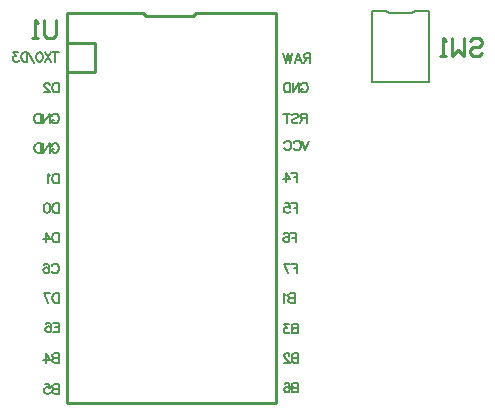
<source format=gbr>
%TF.GenerationSoftware,Altium Limited,Altium Designer,20.1.12 (249)*%
G04 Layer_Color=32896*
%FSLAX26Y26*%
%MOIN*%
%TF.SameCoordinates,63403D4D-F3CE-4837-A966-4B93B91F9A20*%
%TF.FilePolarity,Positive*%
%TF.FileFunction,Legend,Bot*%
%TF.Part,Single*%
G01*
G75*
%TA.AperFunction,NonConductor*%
%ADD18C,0.010000*%
%ADD19C,0.007874*%
%ADD20C,0.005906*%
D18*
X1259764Y2364173D02*
X1439764D01*
X741142Y1064173D02*
X1439764D01*
X741142Y2364173D02*
X909764D01*
X1007264Y2354173D02*
X1162264D01*
X741142Y1064173D02*
X741142Y2364173D01*
X1439764Y1064173D02*
X1439764Y2364173D01*
X1162264Y2354173D02*
X1172264Y2364173D01*
X1259764D01*
X997264D02*
X1007264Y2354173D01*
X909764Y2364173D02*
X997264D01*
X741142Y2262401D02*
X837598D01*
Y2166929D02*
Y2262401D01*
X742126Y2166929D02*
X837598D01*
X706522Y2338258D02*
Y2288274D01*
X696526Y2278277D01*
X676532D01*
X666535Y2288274D01*
Y2338258D01*
X646542Y2278277D02*
X626548D01*
X636545D01*
Y2338258D01*
X646542Y2328261D01*
X2085502Y2271175D02*
X2095499Y2281171D01*
X2115492D01*
X2125489Y2271175D01*
Y2261178D01*
X2115492Y2251181D01*
X2095499D01*
X2085502Y2241184D01*
Y2231188D01*
X2095499Y2221191D01*
X2115492D01*
X2125489Y2231188D01*
X2065508Y2281171D02*
Y2221191D01*
X2045515Y2241184D01*
X2025521Y2221191D01*
Y2281171D01*
X2005528Y2221191D02*
X1985534D01*
X1995531D01*
Y2281171D01*
X2005528Y2271175D01*
D19*
X1901575Y2370079D02*
X1948819D01*
X1893701Y2362205D02*
X1901575Y2370079D01*
X1759843D02*
X1807087D01*
X1814961Y2362205D01*
X1893701D01*
X1948819Y2133858D02*
Y2370079D01*
X1759843Y2133858D02*
X1948819D01*
X1759843D02*
Y2370079D01*
D20*
X1505906Y1629521D02*
Y1598031D01*
Y1629521D02*
X1486412D01*
X1505906Y1614526D02*
X1493910D01*
X1464820Y1625022D02*
X1466319Y1628021D01*
X1470818Y1629521D01*
X1473816D01*
X1478315Y1628021D01*
X1481314Y1623523D01*
X1482813Y1616025D01*
Y1608528D01*
X1481314Y1602530D01*
X1478315Y1599531D01*
X1473816Y1598031D01*
X1472317D01*
X1467819Y1599531D01*
X1464820Y1602530D01*
X1463320Y1607028D01*
Y1608528D01*
X1464820Y1613026D01*
X1467819Y1616025D01*
X1472317Y1617525D01*
X1473816D01*
X1478315Y1616025D01*
X1481314Y1613026D01*
X1482813Y1608528D01*
X692075Y2019661D02*
X693574Y2022660D01*
X696573Y2025659D01*
X699572Y2027159D01*
X705570D01*
X708569Y2025659D01*
X711568Y2022660D01*
X713067Y2019661D01*
X714567Y2015163D01*
Y2007665D01*
X713067Y2003167D01*
X711568Y2000168D01*
X708569Y1997169D01*
X705570Y1995669D01*
X699572D01*
X696573Y1997169D01*
X693574Y2000168D01*
X692075Y2003167D01*
Y2007665D01*
X699572D02*
X692075D01*
X684877Y2027159D02*
Y1995669D01*
Y2027159D02*
X663884Y1995669D01*
Y2027159D02*
Y1995669D01*
X655187Y2027159D02*
Y1995669D01*
Y2027159D02*
X644691D01*
X640192Y2025659D01*
X637193Y2022660D01*
X635694Y2019661D01*
X634194Y2015163D01*
Y2007665D01*
X635694Y2003167D01*
X637193Y2000168D01*
X640192Y1997169D01*
X644691Y1995669D01*
X655187D01*
X1553150Y2227946D02*
Y2196457D01*
Y2227946D02*
X1539654D01*
X1535156Y2226447D01*
X1533656Y2224947D01*
X1532157Y2221948D01*
Y2218949D01*
X1533656Y2215950D01*
X1535156Y2214450D01*
X1539654Y2212951D01*
X1553150D01*
X1542653D02*
X1532157Y2196457D01*
X1501117D02*
X1513113Y2227946D01*
X1525109Y2196457D01*
X1520611Y2206953D02*
X1505616D01*
X1493770Y2227946D02*
X1486272Y2196457D01*
X1478775Y2227946D02*
X1486272Y2196457D01*
X1478775Y2227946D02*
X1471277Y2196457D01*
X1463780Y2227946D02*
X1471277Y2196457D01*
X1522783Y2122023D02*
X1524283Y2125022D01*
X1527282Y2128021D01*
X1530281Y2129521D01*
X1536279D01*
X1539278Y2128021D01*
X1542277Y2125022D01*
X1543776Y2122023D01*
X1545276Y2117525D01*
Y2110027D01*
X1543776Y2105529D01*
X1542277Y2102530D01*
X1539278Y2099531D01*
X1536279Y2098031D01*
X1530281D01*
X1527282Y2099531D01*
X1524283Y2102530D01*
X1522783Y2105529D01*
Y2110027D01*
X1530281D02*
X1522783D01*
X1515586Y2129521D02*
Y2098031D01*
Y2129521D02*
X1494593Y2098031D01*
Y2129521D02*
Y2098031D01*
X1485896Y2129521D02*
Y2098031D01*
Y2129521D02*
X1475399D01*
X1470901Y2128021D01*
X1467902Y2125022D01*
X1466402Y2122023D01*
X1464903Y2117525D01*
Y2110027D01*
X1466402Y2105529D01*
X1467902Y2102530D01*
X1470901Y2099531D01*
X1475399Y2098031D01*
X1485896D01*
X1541339Y2027159D02*
Y1995669D01*
Y2027159D02*
X1527843D01*
X1523345Y2025659D01*
X1521845Y2024160D01*
X1520346Y2021161D01*
Y2018162D01*
X1521845Y2015163D01*
X1523345Y2013663D01*
X1527843Y2012164D01*
X1541339D01*
X1530842D02*
X1520346Y1995669D01*
X1492305Y2022660D02*
X1495304Y2025659D01*
X1499803Y2027159D01*
X1505801D01*
X1510299Y2025659D01*
X1513298Y2022660D01*
Y2019661D01*
X1511799Y2016662D01*
X1510299Y2015163D01*
X1507300Y2013663D01*
X1498303Y2010664D01*
X1495304Y2009165D01*
X1493805Y2007665D01*
X1492305Y2004666D01*
Y2000168D01*
X1495304Y1997169D01*
X1499803Y1995669D01*
X1505801D01*
X1510299Y1997169D01*
X1513298Y2000168D01*
X1474761Y2027159D02*
Y1995669D01*
X1485258Y2027159D02*
X1464265D01*
X1549213Y1936607D02*
X1537217Y1905118D01*
X1525221Y1936607D02*
X1537217Y1905118D01*
X1498680Y1929110D02*
X1500179Y1932109D01*
X1503178Y1935108D01*
X1506177Y1936607D01*
X1512175D01*
X1515174Y1935108D01*
X1518173Y1932109D01*
X1519673Y1929110D01*
X1521172Y1924611D01*
Y1917114D01*
X1519673Y1912616D01*
X1518173Y1909617D01*
X1515174Y1906618D01*
X1512175Y1905118D01*
X1506177D01*
X1503178Y1906618D01*
X1500179Y1909617D01*
X1498680Y1912616D01*
X1467340Y1929110D02*
X1468840Y1932109D01*
X1471839Y1935108D01*
X1474838Y1936607D01*
X1480836D01*
X1483835Y1935108D01*
X1486834Y1932109D01*
X1488333Y1929110D01*
X1489833Y1924611D01*
Y1917114D01*
X1488333Y1912616D01*
X1486834Y1909617D01*
X1483835Y1906618D01*
X1480836Y1905118D01*
X1474838D01*
X1471839Y1906618D01*
X1468840Y1909617D01*
X1467340Y1912616D01*
X1509843Y1830308D02*
Y1798819D01*
Y1830308D02*
X1490349D01*
X1509843Y1815313D02*
X1497847D01*
X1471755Y1830308D02*
X1486750Y1809315D01*
X1464258D01*
X1471755Y1830308D02*
Y1798819D01*
X1509843Y1727946D02*
Y1696457D01*
Y1727946D02*
X1490349D01*
X1509843Y1712951D02*
X1497847D01*
X1468756Y1727946D02*
X1483751D01*
X1485251Y1714450D01*
X1483751Y1715950D01*
X1479253Y1717449D01*
X1474755D01*
X1470256Y1715950D01*
X1467257Y1712951D01*
X1465757Y1708453D01*
Y1705454D01*
X1467257Y1700955D01*
X1470256Y1697956D01*
X1474755Y1696457D01*
X1479253D01*
X1483751Y1697956D01*
X1485251Y1699456D01*
X1486750Y1702455D01*
X1509843Y1527159D02*
Y1495669D01*
Y1527159D02*
X1490349D01*
X1509843Y1512164D02*
X1497847D01*
X1465757Y1527159D02*
X1480752Y1495669D01*
X1486750Y1527159D02*
X1465757D01*
X1501969Y1428733D02*
Y1397244D01*
Y1428733D02*
X1488473D01*
X1483975Y1427234D01*
X1482475Y1425734D01*
X1480976Y1422735D01*
Y1419736D01*
X1482475Y1416737D01*
X1483975Y1415238D01*
X1488473Y1413738D01*
X1501969D02*
X1488473D01*
X1483975Y1412239D01*
X1482475Y1410739D01*
X1480976Y1407741D01*
Y1403242D01*
X1482475Y1400243D01*
X1483975Y1398744D01*
X1488473Y1397244D01*
X1501969D01*
X1473928Y1422735D02*
X1470929Y1424235D01*
X1466431Y1428733D01*
Y1397244D01*
X1513780Y1326371D02*
Y1294882D01*
Y1326371D02*
X1500284D01*
X1495786Y1324872D01*
X1494286Y1323372D01*
X1492787Y1320373D01*
Y1317374D01*
X1494286Y1314375D01*
X1495786Y1312876D01*
X1500284Y1311376D01*
X1513780D02*
X1500284D01*
X1495786Y1309877D01*
X1494286Y1308377D01*
X1492787Y1305378D01*
Y1300880D01*
X1494286Y1297881D01*
X1495786Y1296381D01*
X1500284Y1294882D01*
X1513780D01*
X1482740Y1326371D02*
X1466246D01*
X1475243Y1314375D01*
X1470744D01*
X1467745Y1312876D01*
X1466246Y1311376D01*
X1464746Y1306878D01*
Y1303879D01*
X1466246Y1299380D01*
X1469245Y1296381D01*
X1473743Y1294882D01*
X1478242D01*
X1482740Y1296381D01*
X1484240Y1297881D01*
X1485739Y1300880D01*
X1513780Y1227946D02*
Y1196457D01*
Y1227946D02*
X1500284D01*
X1495786Y1226447D01*
X1494286Y1224947D01*
X1492787Y1221948D01*
Y1218949D01*
X1494286Y1215950D01*
X1495786Y1214450D01*
X1500284Y1212951D01*
X1513780D02*
X1500284D01*
X1495786Y1211451D01*
X1494286Y1209952D01*
X1492787Y1206953D01*
Y1202455D01*
X1494286Y1199456D01*
X1495786Y1197956D01*
X1500284Y1196457D01*
X1513780D01*
X1484240Y1220448D02*
Y1221948D01*
X1482740Y1224947D01*
X1481241Y1226447D01*
X1478242Y1227946D01*
X1472244D01*
X1469245Y1226447D01*
X1467745Y1224947D01*
X1466246Y1221948D01*
Y1218949D01*
X1467745Y1215950D01*
X1470744Y1211451D01*
X1485739Y1196457D01*
X1464746D01*
X1513780Y1129521D02*
Y1098031D01*
Y1129521D02*
X1500284D01*
X1495786Y1128021D01*
X1494286Y1126522D01*
X1492787Y1123523D01*
Y1120524D01*
X1494286Y1117525D01*
X1495786Y1116025D01*
X1500284Y1114526D01*
X1513780D02*
X1500284D01*
X1495786Y1113026D01*
X1494286Y1111527D01*
X1492787Y1108528D01*
Y1104029D01*
X1494286Y1101030D01*
X1495786Y1099531D01*
X1500284Y1098031D01*
X1513780D01*
X1467745Y1125022D02*
X1469245Y1128021D01*
X1473743Y1129521D01*
X1476742D01*
X1481241Y1128021D01*
X1484240Y1123523D01*
X1485739Y1116025D01*
Y1108528D01*
X1484240Y1102530D01*
X1481241Y1099531D01*
X1476742Y1098031D01*
X1475243D01*
X1470744Y1099531D01*
X1467745Y1102530D01*
X1466246Y1107028D01*
Y1108528D01*
X1467745Y1113026D01*
X1470744Y1116025D01*
X1475243Y1117525D01*
X1476742D01*
X1481241Y1116025D01*
X1484240Y1113026D01*
X1485739Y1108528D01*
X714567Y2129521D02*
Y2098031D01*
Y2129521D02*
X704071D01*
X699572Y2128021D01*
X696573Y2125022D01*
X695074Y2122023D01*
X693574Y2117525D01*
Y2110027D01*
X695074Y2105529D01*
X696573Y2102530D01*
X699572Y2099531D01*
X704071Y2098031D01*
X714567D01*
X685027Y2122023D02*
Y2123523D01*
X683528Y2126522D01*
X682028Y2128021D01*
X679029Y2129521D01*
X673031D01*
X670032Y2128021D01*
X668533Y2126522D01*
X667033Y2123523D01*
Y2120524D01*
X668533Y2117525D01*
X671532Y2113026D01*
X686527Y2098031D01*
X665534D01*
X692075Y1921236D02*
X693574Y1924235D01*
X696573Y1927234D01*
X699572Y1928733D01*
X705570D01*
X708569Y1927234D01*
X711568Y1924235D01*
X713067Y1921236D01*
X714567Y1916737D01*
Y1909240D01*
X713067Y1904742D01*
X711568Y1901743D01*
X708569Y1898744D01*
X705570Y1897244D01*
X699572D01*
X696573Y1898744D01*
X693574Y1901743D01*
X692075Y1904742D01*
Y1909240D01*
X699572D02*
X692075D01*
X684877Y1928733D02*
Y1897244D01*
Y1928733D02*
X663884Y1897244D01*
Y1928733D02*
Y1897244D01*
X655187Y1928733D02*
Y1897244D01*
Y1928733D02*
X644691D01*
X640192Y1927234D01*
X637193Y1924235D01*
X635694Y1921236D01*
X634194Y1916737D01*
Y1909240D01*
X635694Y1904742D01*
X637193Y1901743D01*
X640192Y1898744D01*
X644691Y1897244D01*
X655187D01*
X714567Y1826371D02*
Y1794882D01*
Y1826371D02*
X704071D01*
X699572Y1824872D01*
X696573Y1821873D01*
X695074Y1818874D01*
X693574Y1814375D01*
Y1806878D01*
X695074Y1802379D01*
X696573Y1799380D01*
X699572Y1796381D01*
X704071Y1794882D01*
X714567D01*
X686527Y1820373D02*
X683528Y1821873D01*
X679029Y1826371D01*
Y1794882D01*
X714567Y1727946D02*
Y1696457D01*
Y1727946D02*
X704071D01*
X699572Y1726447D01*
X696573Y1723447D01*
X695074Y1720448D01*
X693574Y1715950D01*
Y1708453D01*
X695074Y1703954D01*
X696573Y1700955D01*
X699572Y1697956D01*
X704071Y1696457D01*
X714567D01*
X677529Y1727946D02*
X682028Y1726447D01*
X685027Y1721948D01*
X686527Y1714450D01*
Y1709952D01*
X685027Y1702455D01*
X682028Y1697956D01*
X677529Y1696457D01*
X674531D01*
X670032Y1697956D01*
X667033Y1702455D01*
X665534Y1709952D01*
Y1714450D01*
X667033Y1721948D01*
X670032Y1726447D01*
X674531Y1727946D01*
X677529D01*
X714567Y1629521D02*
Y1598031D01*
Y1629521D02*
X704071D01*
X699572Y1628021D01*
X696573Y1625022D01*
X695074Y1622023D01*
X693574Y1617525D01*
Y1610027D01*
X695074Y1605529D01*
X696573Y1602530D01*
X699572Y1599531D01*
X704071Y1598031D01*
X714567D01*
X671532Y1629521D02*
X686527Y1608528D01*
X664034D01*
X671532Y1629521D02*
Y1598031D01*
X692075Y1519661D02*
X693574Y1522660D01*
X696573Y1525659D01*
X699572Y1527159D01*
X705570D01*
X708569Y1525659D01*
X711568Y1522660D01*
X713067Y1519661D01*
X714567Y1515163D01*
Y1507665D01*
X713067Y1503167D01*
X711568Y1500168D01*
X708569Y1497169D01*
X705570Y1495669D01*
X699572D01*
X696573Y1497169D01*
X693574Y1500168D01*
X692075Y1503167D01*
X665234Y1522660D02*
X666733Y1525659D01*
X671232Y1527159D01*
X674231D01*
X678729Y1525659D01*
X681728Y1521161D01*
X683228Y1513663D01*
Y1506166D01*
X681728Y1500168D01*
X678729Y1497169D01*
X674231Y1495669D01*
X672731D01*
X668233Y1497169D01*
X665234Y1500168D01*
X663734Y1504666D01*
Y1506166D01*
X665234Y1510664D01*
X668233Y1513663D01*
X672731Y1515163D01*
X674231D01*
X678729Y1513663D01*
X681728Y1510664D01*
X683228Y1506166D01*
X714567Y1428733D02*
Y1397244D01*
Y1428733D02*
X704071D01*
X699572Y1427234D01*
X696573Y1424235D01*
X695074Y1421236D01*
X693574Y1416737D01*
Y1409240D01*
X695074Y1404742D01*
X696573Y1401743D01*
X699572Y1398744D01*
X704071Y1397244D01*
X714567D01*
X665534Y1428733D02*
X680529Y1397244D01*
X686527Y1428733D02*
X665534D01*
X704071Y2232445D02*
Y2200955D01*
X714567Y2232445D02*
X693574D01*
X689825D02*
X668832Y2200955D01*
Y2232445D02*
X689825Y2200955D01*
X652788Y2232445D02*
X657286Y2230945D01*
X660285Y2226447D01*
X661785Y2218949D01*
Y2214450D01*
X660285Y2206953D01*
X657286Y2202455D01*
X652788Y2200955D01*
X649789D01*
X645290Y2202455D01*
X642292Y2206953D01*
X640792Y2214450D01*
Y2218949D01*
X642292Y2226447D01*
X645290Y2230945D01*
X649789Y2232445D01*
X652788D01*
X633744Y2196457D02*
X612751Y2232445D01*
X610652D02*
Y2200955D01*
Y2232445D02*
X600156D01*
X595657Y2230945D01*
X592658Y2227946D01*
X591159Y2224947D01*
X589659Y2220448D01*
Y2212951D01*
X591159Y2208453D01*
X592658Y2205454D01*
X595657Y2202455D01*
X600156Y2200955D01*
X610652D01*
X579613Y2232445D02*
X563118D01*
X572115Y2220448D01*
X567617D01*
X564618Y2218949D01*
X563118Y2217450D01*
X561619Y2212951D01*
Y2209952D01*
X563118Y2205454D01*
X566117Y2202455D01*
X570616Y2200955D01*
X575114D01*
X579613Y2202455D01*
X581112Y2203954D01*
X582612Y2206953D01*
X695074Y1330308D02*
X714567D01*
Y1298819D01*
X695074D01*
X714567Y1315313D02*
X702571D01*
X671832Y1325810D02*
X673331Y1328809D01*
X677830Y1330308D01*
X680828D01*
X685327Y1328809D01*
X688326Y1324310D01*
X689825Y1316813D01*
Y1309315D01*
X688326Y1303317D01*
X685327Y1300318D01*
X680828Y1298819D01*
X679329D01*
X674831Y1300318D01*
X671832Y1303317D01*
X670332Y1307816D01*
Y1309315D01*
X671832Y1313814D01*
X674831Y1316813D01*
X679329Y1318312D01*
X680828D01*
X685327Y1316813D01*
X688326Y1313814D01*
X689825Y1309315D01*
X714567Y1227946D02*
Y1196457D01*
Y1227946D02*
X701072D01*
X696573Y1226447D01*
X695074Y1224947D01*
X693574Y1221948D01*
Y1218949D01*
X695074Y1215950D01*
X696573Y1214450D01*
X701072Y1212951D01*
X714567D02*
X701072D01*
X696573Y1211451D01*
X695074Y1209952D01*
X693574Y1206953D01*
Y1202455D01*
X695074Y1199456D01*
X696573Y1197956D01*
X701072Y1196457D01*
X714567D01*
X671532Y1227946D02*
X686527Y1206953D01*
X664034D01*
X671532Y1227946D02*
Y1196457D01*
X714567Y1125584D02*
Y1094094D01*
Y1125584D02*
X701072D01*
X696573Y1124084D01*
X695074Y1122585D01*
X693574Y1119586D01*
Y1116587D01*
X695074Y1113588D01*
X696573Y1112088D01*
X701072Y1110589D01*
X714567D02*
X701072D01*
X696573Y1109089D01*
X695074Y1107590D01*
X693574Y1104591D01*
Y1100092D01*
X695074Y1097093D01*
X696573Y1095594D01*
X701072Y1094094D01*
X714567D01*
X668533Y1125584D02*
X683528D01*
X685027Y1112088D01*
X683528Y1113588D01*
X679029Y1115087D01*
X674531D01*
X670032Y1113588D01*
X667033Y1110589D01*
X665534Y1106090D01*
Y1103091D01*
X667033Y1098593D01*
X670032Y1095594D01*
X674531Y1094094D01*
X679029D01*
X683528Y1095594D01*
X685027Y1097093D01*
X686527Y1100092D01*
%TF.MD5,97dddad34ad8a3627676036b4d7682b6*%
M02*

</source>
